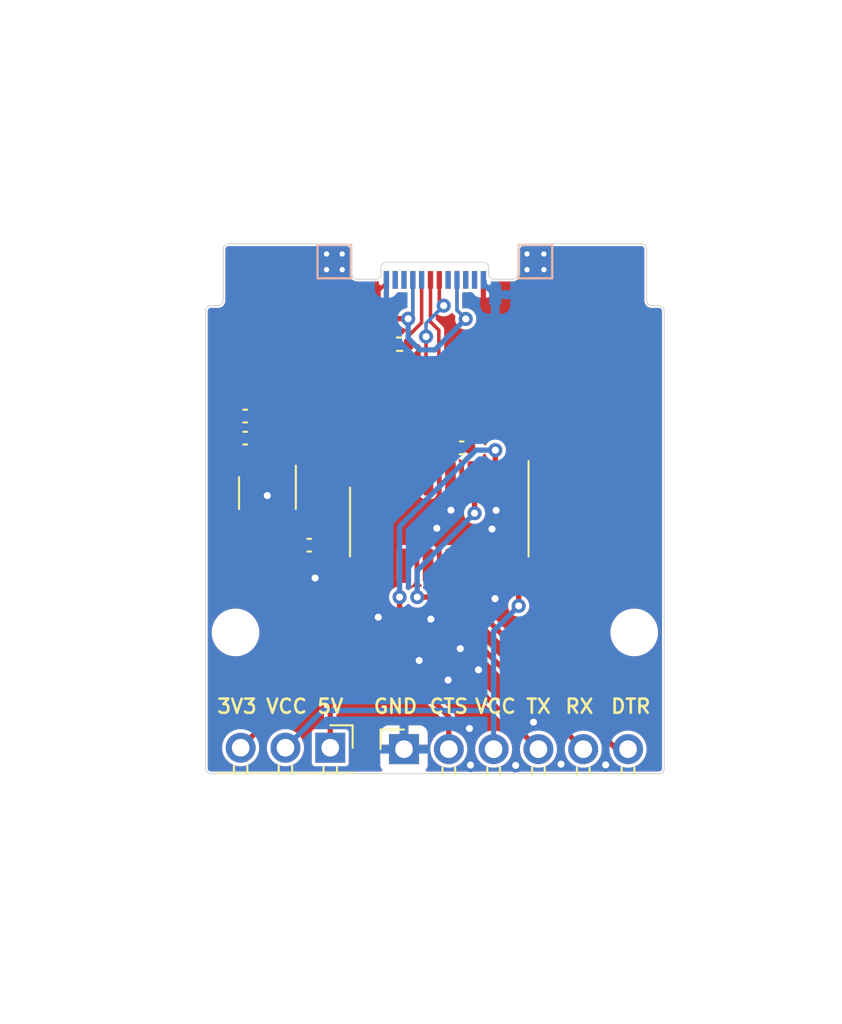
<source format=kicad_pcb>
(kicad_pcb (version 20240108) (generator "pcbnew") (generator_version "8.0")
  (layers (0 "F.Cu" signal) (31 "B.Cu" signal) (34 "B.Paste" user) (35 "F.Paste" user) (36 "B.SilkS" user "B.Silkscreen") (37 "F.SilkS" user "F.Silkscreen") (38 "B.Mask" user) (39 "F.Mask" user) (44 "Edge.Cuts" user))
  (net 0 "")
  (net 1 "Earth")
  (net 2 "VCC")
  (net 3 "DTR")
  (net 4 "Net-(P1-PadA5)")
  (net 5 "Net-(P1-PadB5)")
  (net 6 "Net-(U1-Pad7)")
  (net 7 "Net-(U1-Pad8)")
  (net 8 "Net-(U1-Pad10)")
  (net 9 "Net-(U1-Pad11)")
  (net 10 "Net-(U1-Pad12)")
  (net 11 "Net-(U1-Pad14)")
  (net 12 "Net-(U1-Pad15)")
  (net 13 "D+")
  (net 14 "D-")
  (net 15 "3V3")
  (net 16 "RXI")
  (net 17 "CTS")
  (net 18 "TXO")
  (net 19 "Net-(U2-Pad4)")
  (net 20 "5V")
  (net 21 "Net-(C2-Pad1)")
  (footprint "Capacitor_SMD:C_0402_1005Metric" (layer "F.Cu") (at 167.949904 128.245736 180)
    (property "Reference" "C3" (hide yes))
    (property "Value" "1uF" (hide yes))
    (fp_line (start -0.107836 0.36) (end 0.107836 0.36) (stroke (width 0.12)) (layer "F.SilkS"))
    (fp_line (start -0.107836 -0.36) (end 0.107836 -0.36) (stroke (width 0.12)) (layer "F.SilkS"))
    (pad "1" smd roundrect (at -0.48 0 180) (size 0.56 0.62) (layers "F.Cu" "F.Paste" "F.Mask") (net 20 "5V"))
    (pad "2" smd roundrect (at 0.48 0 180) (size 0.56 0.62) (layers "F.Cu" "F.Paste" "F.Mask") (net 1 "Earth"))
  )
  (footprint "Resistor_SMD:R_0402_1005Metric" (layer "F.Cu") (at 176.699904 122.925736)
    (property "Reference" "R1" (hide yes))
    (property "Value" "5.1k" (hide yes))
    (fp_line (start -0.153641 -0.38) (end 0.153641 -0.38) (stroke (width 0.12)) (layer "F.SilkS"))
    (fp_line (start -0.153641 0.38) (end 0.153641 0.38) (stroke (width 0.12)) (layer "F.SilkS"))
    (pad "1" smd roundrect (at -0.51 0) (size 0.54 0.64) (layers "F.Cu" "F.Paste" "F.Mask") (net 1 "Earth"))
    (pad "2" smd roundrect (at 0.51 0) (size 0.54 0.64) (layers "F.Cu" "F.Paste" "F.Mask") (net 4 "Net-(P1-PadA5)"))
  )
  (footprint "Package_TO_SOT_SMD:SOT-23-5" (layer "F.Cu") (at 169.209904 131.355736 -90)
    (property "Reference" "U2" (hide yes))
    (property "Value" "AP2112K-3.3" (hide yes))
    (fp_line (start -0.9 1.61) (end 0.9 1.61) (stroke (width 0.12)) (layer "F.SilkS"))
    (fp_line (start 0.9 -1.61) (end -1.55 -1.61) (stroke (width 0.12)) (layer "F.SilkS"))
    (pad "1" smd rect (at -1.1 -0.95 270) (size 1.06 0.65) (layers "F.Cu" "F.Paste" "F.Mask") (net 20 "5V"))
    (pad "2" smd rect (at -1.1 0 270) (size 1.06 0.65) (layers "F.Cu" "F.Paste" "F.Mask") (net 1 "Earth"))
    (pad "3" smd rect (at -1.1 0.95 270) (size 1.06 0.65) (layers "F.Cu" "F.Paste" "F.Mask") (net 20 "5V"))
    (pad "4" smd rect (at 1.1 0.95 270) (size 1.06 0.65) (layers "F.Cu" "F.Paste" "F.Mask") (net 19 "Net-(U2-Pad4)"))
    (pad "5" smd rect (at 1.1 -0.95 270) (size 1.06 0.65) (layers "F.Cu" "F.Paste" "F.Mask") (net 15 "3V3"))
  )
  (footprint "Package_SO:SOIC-16_3.9x9.9mm_P1.27mm" (layer "F.Cu") (at 178.949904 132.995736 -90)
    (property "Reference" "U1" (hide yes))
    (property "Value" "CH340C" (hide yes))
    (fp_line (start 0 5.06) (end -1.95 5.06) (stroke (width 0.12)) (layer "F.SilkS"))
    (fp_line (start 0 5.06) (end 1.95 5.06) (stroke (width 0.12)) (layer "F.SilkS"))
    (fp_line (start 0 -5.06) (end -3.45 -5.06) (stroke (width 0.12)) (layer "F.SilkS"))
    (fp_line (start 0 -5.06) (end 1.95 -5.06) (stroke (width 0.12)) (layer "F.SilkS"))
    (pad "1" smd roundrect (at -2.475 -4.445 270) (size 1.95 0.6) (layers "F.Cu" "F.Paste" "F.Mask") (net 1 "Earth"))
    (pad "2" smd roundrect (at -2.475 -3.175 270) (size 1.95 0.6) (layers "F.Cu" "F.Paste" "F.Mask") (net 18 "TXO"))
    (pad "3" smd roundrect (at -2.475 -1.905 270) (size 1.95 0.6) (layers "F.Cu" "F.Paste" "F.Mask") (net 16 "RXI"))
    (pad "4" smd roundrect (at -2.475 -0.635 270) (size 1.95 0.6) (layers "F.Cu" "F.Paste" "F.Mask") (net 21 "Net-(C2-Pad1)"))
    (pad "5" smd roundrect (at -2.475 0.635 270) (size 1.95 0.6) (layers "F.Cu" "F.Paste" "F.Mask") (net 13 "D+"))
    (pad "6" smd roundrect (at -2.475 1.905 270) (size 1.95 0.6) (layers "F.Cu" "F.Paste" "F.Mask") (net 14 "D-"))
    (pad "7" smd roundrect (at -2.475 3.175 270) (size 1.95 0.6) (layers "F.Cu" "F.Paste" "F.Mask") (net 6 "Net-(U1-Pad7)"))
    (pad "8" smd roundrect (at -2.475 4.445 270) (size 1.95 0.6) (layers "F.Cu" "F.Paste" "F.Mask") (net 7 "Net-(U1-Pad8)"))
    (pad "9" smd roundrect (at 2.475 4.445 270) (size 1.95 0.6) (layers "F.Cu" "F.Paste" "F.Mask") (net 17 "CTS"))
    (pad "10" smd roundrect (at 2.475 3.175 270) (size 1.95 0.6) (layers "F.Cu" "F.Paste" "F.Mask") (net 8 "Net-(U1-Pad10)"))
    (pad "11" smd roundrect (at 2.475 1.905 270) (size 1.95 0.6) (layers "F.Cu" "F.Paste" "F.Mask") (net 9 "Net-(U1-Pad11)"))
    (pad "12" smd roundrect (at 2.475 0.635 270) (size 1.95 0.6) (layers "F.Cu" "F.Paste" "F.Mask") (net 10 "Net-(U1-Pad12)"))
    (pad "13" smd roundrect (at 2.475 -0.635 270) (size 1.95 0.6) (layers "F.Cu" "F.Paste" "F.Mask") (net 3 "DTR"))
    (pad "14" smd roundrect (at 2.475 -1.905 270) (size 1.95 0.6) (layers "F.Cu" "F.Paste" "F.Mask") (net 11 "Net-(U1-Pad14)"))
    (pad "15" smd roundrect (at 2.475 -3.175 270) (size 1.95 0.6) (layers "F.Cu" "F.Paste" "F.Mask") (net 12 "Net-(U1-Pad15)"))
    (pad "16" smd roundrect (at 2.475 -4.445 270) (size 1.95 0.6) (layers "F.Cu" "F.Paste" "F.Mask") (net 2 "VCC"))
  )
  (footprint "Capacitor_SMD:C_0402_1005Metric" (layer "F.Cu") (at 171.579904 134.305736)
    (property "Reference" "C4" (hide yes))
    (property "Value" "1uF" (hide yes))
    (fp_line (start -0.107836 -0.36) (end 0.107836 -0.36) (stroke (width 0.12)) (layer "F.SilkS"))
    (fp_line (start -0.107836 0.36) (end 0.107836 0.36) (stroke (width 0.12)) (layer "F.SilkS"))
    (pad "1" smd roundrect (at -0.48 0) (size 0.56 0.62) (layers "F.Cu" "F.Paste" "F.Mask") (net 15 "3V3"))
    (pad "2" smd roundrect (at 0.48 0) (size 0.56 0.62) (layers "F.Cu" "F.Paste" "F.Mask") (net 1 "Earth"))
  )
  (footprint "MountingHole:MountingHole_2.2mm_M2" (layer "F.Cu") (at 167.399904 139.245736)
    (property "Reference" "H1" (hide yes))
    (property "Value" "MountingHole")
    (pad "" np_thru_hole circle (at 0 0) (size 2.2 2.2) (drill 2.2) (layers "*.Cu" "*.Mask"))
  )
  (footprint "Capacitor_SMD:C_0402_1005Metric" (layer "F.Cu") (at 167.949904 126.995736 180)
    (property "Reference" "C1" (hide yes))
    (property "Value" "0.1uF" (hide yes))
    (fp_line (start -0.107836 0.36) (end 0.107836 0.36) (stroke (width 0.12)) (layer "F.SilkS"))
    (fp_line (start -0.107836 -0.36) (end 0.107836 -0.36) (stroke (width 0.12)) (layer "F.SilkS"))
    (pad "1" smd roundrect (at -0.48 0 180) (size 0.56 0.62) (layers "F.Cu" "F.Paste" "F.Mask") (net 20 "5V"))
    (pad "2" smd roundrect (at 0.48 0 180) (size 0.56 0.62) (layers "F.Cu" "F.Paste" "F.Mask") (net 1 "Earth"))
  )
  (footprint "Connector_PinSocket_2.54mm:PinSocket_1x06_P2.54mm_Horizontal" (layer "F.Cu") (at 176.949904 145.855736 90)
    (property "Reference" "J1" (hide yes))
    (property "Value" "Conn_01x06_Female")
    (fp_line (start 1.11 -1.33) (end 1.11 0) (stroke (width 0.12)) (layer "F.SilkS"))
    (fp_line (start 0 -1.33) (end 1.11 -1.33) (stroke (width 0.12)) (layer "F.SilkS"))
    (fp_line (start -1.46 2.18) (end -1.05 2.18) (stroke (width 0.12)) (layer "F.SilkS"))
    (fp_line (start -1.46 2.9) (end -1.05 2.9) (stroke (width 0.12)) (layer "F.SilkS"))
    (fp_line (start -1.46 4.72) (end -1.05 4.72) (stroke (width 0.12)) (layer "F.SilkS"))
    (fp_line (start -1.46 5.44) (end -1.05 5.44) (stroke (width 0.12)) (layer "F.SilkS"))
    (fp_line (start -1.46 7.26) (end -1.05 7.26) (stroke (width 0.12)) (layer "F.SilkS"))
    (fp_line (start -1.46 7.98) (end -1.05 7.98) (stroke (width 0.12)) (layer "F.SilkS"))
    (fp_line (start -1.46 9.8) (end -1.05 9.8) (stroke (width 0.12)) (layer "F.SilkS"))
    (fp_line (start -1.46 10.52) (end -1.05 10.52) (stroke (width 0.12)) (layer "F.SilkS"))
    (fp_line (start -1.46 12.34) (end -1.05 12.34) (stroke (width 0.12)) (layer "F.SilkS"))
    (fp_line (start -1.46 13.06) (end -1.05 13.06) (stroke (width 0.12)) (layer "F.SilkS"))
    (pad "1" thru_hole rect (at 0 0 90) (size 1.7 1.7) (drill 1) (layers "*.Cu" "*.Mask") (net 1 "Earth"))
    (pad "2" thru_hole oval (at 0 2.54 90) (size 1.7 1.7) (drill 1) (layers "*.Cu" "*.Mask") (net 17 "CTS"))
    (pad "3" thru_hole oval (at 0 5.08 90) (size 1.7 1.7) (drill 1) (layers "*.Cu" "*.Mask") (net 2 "VCC"))
    (pad "4" thru_hole oval (at 0 7.62 90) (size 1.7 1.7) (drill 1) (layers "*.Cu" "*.Mask") (net 18 "TXO"))
    (pad "5" thru_hole oval (at 0 10.16 90) (size 1.7 1.7) (drill 1) (layers "*.Cu" "*.Mask") (net 16 "RXI"))
    (pad "6" thru_hole oval (at 0 12.7 90) (size 1.7 1.7) (drill 1) (layers "*.Cu" "*.Mask") (net 3 "DTR"))
  )
  (footprint "Connector_PinHeader_2.54mm:PinHeader_1x03_P2.54mm_Horizontal" (layer "F.Cu") (at 172.769904 145.775736 -90)
    (property "Reference" "JP1" (hide yes))
    (property "Value" "Jumper_3_Open")
    (fp_line (start 1.042929 5.46) (end 1.44 5.46) (stroke (width 0.12)) (layer "F.SilkS"))
    (fp_line (start 1.042929 4.7) (end 1.44 4.7) (stroke (width 0.12)) (layer "F.SilkS"))
    (fp_line (start 1.042929 2.92) (end 1.44 2.92) (stroke (width 0.12)) (layer "F.SilkS"))
    (fp_line (start 1.042929 2.16) (end 1.44 2.16) (stroke (width 0.12)) (layer "F.SilkS"))
    (fp_line (start 1.11 0.38) (end 1.44 0.38) (stroke (width 0.12)) (layer "F.SilkS"))
    (fp_line (start -1.27 0) (end -1.27 -1.27) (stroke (width 0.12)) (layer "F.SilkS"))
    (fp_line (start 1.11 -0.38) (end 1.44 -0.38) (stroke (width 0.12)) (layer "F.SilkS"))
    (fp_line (start -1.27 -1.27) (end 0 -1.27) (stroke (width 0.12)) (layer "F.SilkS"))
    (fp_line (start 1.44 -1.33) (end 1.44 6.41) (stroke (width 0.12)) (layer "F.SilkS"))
    (pad "1" thru_hole rect (at 0 0 270) (size 1.7 1.7) (drill 1) (layers "*.Cu" "*.Mask") (net 20 "5V"))
    (pad "2" thru_hole oval (at 0 2.54 270) (size 1.7 1.7) (drill 1) (layers "*.Cu" "*.Mask") (net 2 "VCC"))
    (pad "3" thru_hole oval (at 0 5.08 270) (size 1.7 1.7) (drill 1) (layers "*.Cu" "*.Mask") (net 15 "3V3"))
  )
  (footprint "TestPoint:TestPoint_Pad_1.5x1.5mm" (layer "F.Cu") (at 184.399904 118.245736)
    (property "Reference" "TP3" (hide yes))
    (property "Value" "TestPoint")
    (fp_line (start -0.95 -0.95) (end 0.95 -0.95) (stroke (width 0.12)) (layer "F.SilkS"))
    (fp_line (start -0.95 0.95) (end -0.95 -0.95) (stroke (width 0.12)) (layer "F.SilkS"))
    (fp_line (start 0.95 -0.95) (end 0.95 0.95) (stroke (width 0.12)) (layer "F.SilkS"))
    (fp_line (start 0.95 0.95) (end -0.95 0.95) (stroke (width 0.12)) (layer "F.SilkS"))
    (pad "1" smd rect (at 0 0) (size 1.5 1.5) (layers "F.Cu" "F.Mask") (net 1 "Earth"))
  )
  (footprint "Capacitor_SMD:C_0402_1005Metric" (layer "F.Cu") (at 180.219904 128.795736)
    (property "Reference" "C2" (hide yes))
    (property "Value" "10nF" (hide yes))
    (fp_line (start -0.107836 -0.36) (end 0.107836 -0.36) (stroke (width 0.12)) (layer "F.SilkS"))
    (fp_line (start -0.107836 0.36) (end 0.107836 0.36) (stroke (width 0.12)) (layer "F.SilkS"))
    (pad "1" smd roundrect (at -0.48 0) (size 0.56 0.62) (layers "F.Cu" "F.Paste" "F.Mask") (net 21 "Net-(C2-Pad1)"))
    (pad "2" smd roundrect (at 0.48 0) (size 0.56 0.62) (layers "F.Cu" "F.Paste" "F.Mask") (net 1 "Earth"))
  )
  (footprint "TestPoint:TestPoint_Pad_1.5x1.5mm" (layer "F.Cu") (at 172.999904 118.245736)
    (property "Reference" "TP1" (hide yes))
    (property "Value" "TestPoint")
    (fp_line (start -0.95 -0.95) (end 0.95 -0.95) (stroke (width 0.12)) (layer "F.SilkS"))
    (fp_line (start -0.95 0.95) (end -0.95 -0.95) (stroke (width 0.12)) (layer "F.SilkS"))
    (fp_line (start 0.95 -0.95) (end 0.95 0.95) (stroke (width 0.12)) (layer "F.SilkS"))
    (fp_line (start 0.95 0.95) (end -0.95 0.95) (stroke (width 0.12)) (layer "F.SilkS"))
    (pad "1" smd rect (at 0 0) (size 1.5 1.5) (layers "F.Cu" "F.Mask") (net 1 "Earth"))
  )
  (footprint "MountingHole:MountingHole_2.2mm_M2" (layer "F.Cu") (at 189.999904 139.245736)
    (property "Reference" "H2" (hide yes))
    (property "Value" "MountingHole")
    (pad "" np_thru_hole circle (at 0 0) (size 2.2 2.2) (drill 2.2) (layers "F&B.Cu" "*.Mask"))
  )
  (footprint "Expansion_Card:USB_C_Plug_Molex_105444" (layer "F.Cu") (at 178.699904 119.245736)
    (property "Reference" "P1" (hide yes))
    (property "Value" "105444-0001" (hide yes))
    (fp_line (start -3.35 0) (end -4.3 0) (stroke (width 0.05)) (layer "Edge.Cuts"))
    (fp_line (start -3.05 -0.66) (end -3.05 -0.3) (stroke (width 0.05)) (layer "Edge.Cuts"))
    (fp_line (start -2.75 -0.96) (end 2.75 -0.96) (stroke (width 0.05)) (layer "Edge.Cuts"))
    (fp_line (start 3.05 -0.66) (end 3.05 -0.3) (stroke (width 0.05)) (layer "Edge.Cuts"))
    (fp_line (start 3.35 0) (end 4.3 0) (stroke (width 0.05)) (layer "Edge.Cuts"))
    (fp_arc (start -3.05 -0.66) (mid -2.962132 -0.872132) (end -2.75 -0.96) (stroke (width 0.05)) (layer "Edge.Cuts"))
    (fp_arc (start -3.05 -0.3) (mid -3.137868 -0.087868) (end -3.35 0) (stroke (width 0.05)) (layer "Edge.Cuts"))
    (fp_arc (start 2.75 -0.96) (mid 2.962132 -0.872132) (end 3.05 -0.66) (stroke (width 0.05)) (layer "Edge.Cuts"))
    (fp_arc (start 3.35 0) (mid 3.137868 -0.087868) (end 3.05 -0.3) (stroke (width 0.05)) (layer "Edge.Cuts"))
    (pad "A1" smd rect (at -2.75 0.04) (size 0.3 1) (layers "F.Cu" "F.Paste" "F.Mask") (net 1 "Earth"))
    (pad "A2" smd rect (at -2.25 0.04) (size 0.3 1) (layers "F.Cu" "F.Paste" "F.Mask"))
    (pad "A3" smd rect (at -1.75 0.04) (size 0.3 1) (layers "F.Cu" "F.Paste" "F.Mask"))
    (pad "A4" smd rect (at -1.25 0.04) (size 0.3 1) (layers "F.Cu" "F.Paste" "F.Mask") (net 20 "5V"))
    (pad "A5" smd rect (at -0.75 0.04) (size 0.3 1) (layers "F.Cu" "F.Paste" "F.Mask") (net 4 "Net-(P1-PadA5)"))
    (pad "A6" smd rect (at -0.25 0.04) (size 0.3 1) (layers "F.Cu" "F.Paste" "F.Mask") (net 13 "D+"))
    (pad "A7" smd rect (at 0.25 0.04) (size 0.3 1) (layers "F.Cu" "F.Paste" "F.Mask") (net 14 "D-"))
    (pad "A8" smd rect (at 0.75 0.04) (size 0.3 1) (layers "F.Cu" "F.Paste" "F.Mask"))
    (pad "A9" smd rect (at 1.25 0.04) (size 0.3 1) (layers "F.Cu" "F.Paste" "F.Mask") (net 20 "5V"))
    (pad "A10" smd rect (at 1.75 0.04) (size 0.3 1) (layers "F.Cu" "F.Paste" "F.Mask"))
    (pad "A11" smd rect (at 2.25 0.04) (size 0.3 1) (layers "F.Cu" "F.Paste" "F.Mask"))
    (pad "A12" smd rect (at 2.75 0.04) (size 0.3 1) (layers "F.Cu" "F.Paste" "F.Mask") (net 1 "Earth"))
    (pad "B1" smd rect (at 2.75 0.04) (size 0.3 1) (layers "B.Cu" "B.Paste" "B.Mask") (net 1 "Earth"))
    (pad "B2" smd rect (at 2.25 0.04) (size 0.3 1) (layers "B.Cu" "B.Paste" "B.Mask"))
    (pad "B3" smd rect (at 1.75 0.04) (size 0.3 1) (layers "B.Cu" "B.Paste" "B.Mask"))
    (pad "B4" smd rect (at 1.25 0.04) (size 0.3 1) (layers "B.Cu" "B.Paste" "B.Mask") (net 20 "5V"))
    (pad "B5" smd rect (at 0.75 0.04) (size 0.3 1) (layers "B.Cu" "B.Paste" "B.Mask") (net 5 "Net-(P1-PadB5)"))
    (pad "B8" smd rect (at -0.75 0.04) (size 0.3 1) (layers "B.Cu" "B.Paste" "B.Mask"))
    (pad "B9" smd rect (at -1.25 0.04) (size 0.3 1) (layers "B.Cu" "B.Paste" "B.Mask") (net 20 "5V"))
    (pad "B10" smd rect (at -1.75 0.04) (size 0.3 1) (layers "B.Cu" "B.Paste" "B.Mask"))
    (pad "B11" smd rect (at -2.25 0.04) (size 0.3 1) (layers "B.Cu" "B.Paste" "B.Mask"))
    (pad "B12" smd rect (at -2.75 0.04) (size 0.3 1) (layers "B.Cu" "B.Paste" "B.Mask") (net 1 "Earth"))
    (pad "S1" smd rect (at -3.42 0.88) (size 0.7 1.15) (layers "F.Cu" "F.Paste" "F.Mask") (net 1 "Earth"))
    (pad "S1" smd rect (at 3.42 0.88) (size 0.7 1.15) (layers "B.Cu" "B.Paste" "B.Mask") (net 1 "Earth"))
  )
  (footprint "TestPoint:TestPoint_Pad_1.5x1.5mm" (layer "B.Cu") (at 172.999904 118.245736)
    (property "Reference" "TP2" (hide yes))
    (property "Value" "TestPoint")
    (fp_line (start -0.95 -0.95) (end -0.95 0.95) (stroke (width 0.12)) (layer "B.SilkS"))
    (fp_line (start -0.95 0.95) (end 0.95 0.95) (stroke (width 0.12)) (layer "B.SilkS"))
    (fp_line (start 0.95 -0.95) (end -0.95 -0.95) (stroke (width 0.12)) (layer "B.SilkS"))
    (fp_line (start 0.95 0.95) (end 0.95 -0.95) (stroke (width 0.12)) (layer "B.SilkS"))
    (pad "1" smd rect (at 0 0) (size 1.5 1.5) (layers "B.Cu" "B.Mask") (net 1 "Earth"))
  )
  (footprint "TestPoint:TestPoint_Pad_1.5x1.5mm" (layer "B.Cu") (at 184.399904 118.245736)
    (property "Reference" "TP4" (hide yes))
    (property "Value" "TestPoint")
    (fp_line (start -0.95 -0.95) (end -0.95 0.95) (stroke (width 0.12)) (layer "B.SilkS"))
    (fp_line (start -0.95 0.95) (end 0.95 0.95) (stroke (width 0.12)) (layer "B.SilkS"))
    (fp_line (start 0.95 -0.95) (end -0.95 -0.95) (stroke (width 0.12)) (layer "B.SilkS"))
    (fp_line (start 0.95 0.95) (end 0.95 -0.95) (stroke (width 0.12)) (layer "B.SilkS"))
    (pad "1" smd rect (at 0 0) (size 1.5 1.5) (layers "B.Cu" "B.Mask") (net 1 "Earth"))
  )
  (gr_arc (start 165.699904 121.045736) (mid 165.787801 120.833625) (end 165.999904 120.745708) (stroke (width 0.05)) (layer "Edge.Cuts"))
  (gr_arc (start 173.699904 117.245736) (mid 173.912029 117.333622) (end 173.999904 117.545736) (stroke (width 0.05)) (layer "Edge.Cuts"))
  (gr_arc (start 183.399904 118.945736) (mid 183.312065 119.157889) (end 183.099904 119.245736) (stroke (width 0.05)) (layer "Edge.Cuts"))
  (gr_arc (start 183.399904 117.545736) (mid 183.487772 117.333604) (end 183.699904 117.245736) (stroke (width 0.05)) (layer "Edge.Cuts"))
  (gr_arc (start 166.699904 120.445736) (mid 166.612065 120.657889) (end 166.399904 120.745736) (stroke (width 0.05)) (layer "Edge.Cuts"))
  (gr_line (start 183.699904 117.245736) (end 190.399904 117.245736) (stroke (width 0.05)) (layer "Edge.Cuts"))
  (gr_line (start 183.399904 118.945736) (end 183.399904 117.545736) (stroke (width 0.05)) (layer "Edge.Cuts"))
  (gr_line (start 191.399904 147.245736) (end 165.999904 147.245736) (stroke (width 0.05)) (layer "Edge.Cuts"))
  (gr_line (start 183.399904 118.945736) (end 183.399904 117.545736) (stroke (width 0.05)) (layer "Edge.Cuts"))
  (gr_line (start 165.999904 120.745736) (end 166.399904 120.745736) (stroke (width 0.05)) (layer "Edge.Cuts"))
  (gr_line (start 174.299904 119.245736) (end 174.399904 119.245736) (stroke (width 0.05)) (layer "Edge.Cuts"))
  (gr_arc (start 165.999904 147.245736) (mid 165.787765 147.157886) (end 165.699904 146.945736) (stroke (width 0.05)) (layer "Edge.Cuts"))
  (gr_line (start 190.999904 120.745736) (end 191.399904 120.745736) (stroke (width 0.05)) (layer "Edge.Cuts"))
  (gr_arc (start 174.299904 119.245736) (mid 174.087765 119.157886) (end 173.999904 118.945736) (stroke (width 0.05)) (layer "Edge.Cuts"))
  (gr_line (start 173.699904 117.245736) (end 166.999904 117.245736) (stroke (width 0.05)) (layer "Edge.Cuts"))
  (gr_line (start 191.699904 121.045736) (end 191.699904 146.945736) (stroke (width 0.05)) (layer "Edge.Cuts"))
  (gr_arc (start 191.699904 146.945736) (mid 191.612036 147.157868) (end 191.399904 147.245736) (stroke (width 0.05)) (layer "Edge.Cuts"))
  (gr_line (start 182.999904 119.245736) (end 183.099904 119.245736) (stroke (width 0.05)) (layer "Edge.Cuts"))
  (gr_line (start 182.999904 119.245736) (end 183.099904 119.245736) (stroke (width 0.05)) (layer "Edge.Cuts"))
  (gr_arc (start 190.999904 120.745736) (mid 190.787765 120.657886) (end 190.699904 120.445736) (stroke (width 0.05)) (layer "Edge.Cuts"))
  (gr_arc (start 183.399904 117.545736) (mid 183.487801 117.333625) (end 183.699904 117.245736) (stroke (width 0.05)) (layer "Edge.Cuts"))
  (gr_line (start 173.999904 118.945736) (end 173.999904 117.545736) (stroke (width 0.05)) (layer "Edge.Cuts"))
  (gr_arc (start 191.399904 120.745736) (mid 191.612029 120.833622) (end 191.699904 121.045736) (stroke (width 0.05)) (layer "Edge.Cuts"))
  (gr_arc (start 183.399904 117.545736) (mid 183.487772 117.333604) (end 183.699904 117.245736) (stroke (width 0.05)) (layer "Edge.Cuts"))
  (gr_line (start 183.399904 118.945736) (end 183.399904 117.545736) (stroke (width 0.05)) (layer "Edge.Cuts"))
  (gr_line (start 165.699904 121.045736) (end 165.699904 146.945736) (stroke (width 0.05)) (layer "Edge.Cuts"))
  (gr_arc (start 183.399904 118.945736) (mid 183.312036 119.157868) (end 183.099904 119.245736) (stroke (width 0.05)) (layer "Edge.Cuts"))
  (gr_arc (start 190.399904 117.245736) (mid 190.612029 117.333622) (end 190.699904 117.545736) (stroke (width 0.05)) (layer "Edge.Cuts"))
  (gr_line (start 166.699904 120.445736) (end 166.699904 117.545736) (stroke (width 0.05)) (layer "Edge.Cuts"))
  (gr_line (start 190.699904 120.445736) (end 190.699904 117.545736) (stroke (width 0.05)) (layer "Edge.Cuts"))
  (gr_arc (start 166.699904 117.545736) (mid 166.787772 117.333604) (end 166.999904 117.245736) (stroke (width 0.05)) (layer "Edge.Cuts"))
  (gr_text "3V3" (at 166.279904 143.9 0) (layer "F.SilkS") (effects (font (size 0.8 0.8)) (justify left bottom)))
  (gr_text "GND" (at 175.149904 143.9 0) (layer "F.SilkS") (effects (font (size 0.8 0.8)) (justify left bottom)))
  (gr_text "VCC" (at 180.889904 143.9 0) (layer "F.SilkS") (effects (font (size 0.8 0.8)) (justify left bottom)))
  (gr_text "5V\n" (at 171.949904 143.9 0) (layer "F.SilkS") (effects (font (size 0.8 0.8)) (justify left bottom)))
  (gr_text "CTS" (at 178.299904 143.9 0) (layer "F.SilkS") (effects (font (size 0.8 0.8)) (justify left bottom)))
  (gr_text "DTR" (at 188.599904 143.9 0) (layer "F.SilkS") (effects (font (size 0.8 0.8)) (justify left bottom)))
  (gr_text "VCC\n" (at 169.049904 143.9 0) (layer "F.SilkS") (effects (font (size 0.8 0.8)) (justify left bottom)))
  (gr_text "TX" (at 183.789904 143.9 0) (layer "F.SilkS") (effects (font (size 0.8 0.8)) (justify left bottom)))
  (gr_text "RX" (at 186.009904 143.9 0) (layer "F.SilkS") (effects (font (size 0.8 0.8)) (justify left bottom)))
  (segment (start 169.209904 130.255736) (end 169.209904 131.485736) (width 0.3) (layer "F.Cu") (net 1))
  (segment (start 171.909904 136.165736) (end 172.059904 136.015736) (width 0.3) (layer "F.Cu") (net 1))
  (segment (start 172.059904 136.015736) (end 172.059904 134.305736) (width 0.3) (layer "F.Cu") (net 1))
  (segment (start 175.949904 119.455736) (end 175.279904 120.125736) (width 0.2) (layer "F.Cu") (net 1))
  (segment (start 175.949904 119.285736) (end 175.949904 119.455736) (width 0.2) (layer "F.Cu") (net 1))
  (segment (start 169.209904 131.485736) (end 169.199904 131.495736) (width 0.3) (layer "F.Cu") (net 1))
  (via (at 183.924404 117.817236) (size 0.5) (drill 0.3) (layers "F.Cu" "B.Cu") (net 1))
  (via (at 181.169904 141.365736) (size 0.8) (drill 0.4) (layers "F.Cu" "B.Cu") (net 1))
  (via (at 173.446904 117.817236) (size 0.5) (drill 0.3) (layers "F.Cu" "B.Cu") (net 1))
  (via (at 181.939904 133.395736) (size 0.8) (drill 0.4) (layers "F.Cu" "B.Cu") (net 1))
  (via (at 183.924404 118.706236) (size 0.5) (drill 0.3) (layers "F.Cu" "B.Cu") (net 1))
  (via (at 188.379904 146.745736) (size 0.8) (drill 0.4) (layers "F.Cu" "B.Cu") (net 1))
  (via (at 178.469904 138.495736) (size 0.8) (drill 0.4) (layers "F.Cu" "B.Cu") (net 1))
  (via (at 180.719904 146.755736) (size 0.8) (drill 0.4) (layers "F.Cu" "B.Cu") (net 1))
  (via (at 179.449904 141.945736) (size 0.8) (drill 0.4) (layers "F.Cu" "B.Cu") (net 1))
  (via (at 177.809904 140.835736) (size 0.8) (drill 0.4) (layers "F.Cu" "B.Cu") (net 1))
  (via (at 171.909904 136.165736) (size 0.8) (drill 0.4) (layers "F.Cu" "B.Cu") (net 1))
  (via (at 184.876904 117.817236) (size 0.5) (drill 0.3) (layers "F.Cu" "B.Cu") (net 1))
  (via (at 178.809904 133.345736) (size 0.8) (drill 0.4) (layers "F.Cu" "B.Cu") (net 1))
  (via (at 182.109904 137.335736) (size 0.8) (drill 0.4) (layers "F.Cu" "B.Cu") (net 1))
  (via (at 182.169904 132.335736) (size 0.8) (drill 0.4) (layers "F.Cu" "B.Cu") (net 1))
  (via (at 180.659904 144.685736) (size 0.8) (drill 0.4) (layers "F.Cu" "B.Cu") (net 1))
  (via (at 173.446904 118.706236) (size 0.5) (drill 0.3) (layers "F.Cu" "B.Cu") (net 1))
  (via (at 183.279904 146.775736) (size 0.8) (drill 0.4) (layers "F.Cu" "B.Cu") (net 1))
  (via (at 184.876904 118.706236) (size 0.5) (drill 0.3) (layers "F.Cu" "B.Cu") (net 1))
  (via (at 180.139904 140.165736) (size 0.8) (drill 0.4) (layers "F.Cu" "B.Cu") (net 1))
  (via (at 175.489904 138.385736) (size 0.8) (drill 0.4) (layers "F.Cu" "B.Cu") (net 1))
  (via (at 172.557904 118.706236) (size 0.5) (drill 0.3) (layers "F.Cu" "B.Cu") (net 1))
  (via (at 185.849904 146.705736) (size 0.8) (drill 0.4) (layers "F.Cu" "B.Cu") (net 1))
  (via (at 184.289904 144.325736) (size 0.8) (drill 0.4) (layers "F.Cu" "B.Cu") (net 1))
  (via (at 169.199904 131.495736) (size 0.8) (drill 0.4) (layers "F.Cu" "B.Cu") (net 1))
  (via (at 172.557904 117.817236) (size 0.5) (drill 0.3) (layers "F.Cu" "B.Cu") (net 1))
  (via (at 179.609904 132.325736) (size 0.8) (drill 0.4) (layers "F.Cu" "B.Cu") (net 1))
  (segment (start 181.489905 119.535737) (end 181.489905 119.356438) (width 0.3) (layer "B.Cu") (net 1))
  (segment (start 182.079904 120.125736) (end 181.489905 119.535737) (width 0.3) (layer "B.Cu") (net 1))
  (segment (start 182.119904 120.125736) (end 182.079904 120.125736) (width 0.3) (layer "B.Cu") (net 1))
  (segment (start 181.449904 119.285736) (end 181.449904 119.455736) (width 0.2) (layer "B.Cu") (net 1))
  (segment (start 181.449904 119.455736) (end 182.119904 120.125736) (width 0.2) (layer "B.Cu") (net 1))
  (segment (start 183.449904 137.745736) (end 183.449904 135.525736) (width 0.3) (layer "F.Cu") (net 2))
  (segment (start 183.449904 135.525736) (end 183.394904 135.470736) (width 0.3) (layer "F.Cu") (net 2))
  (via (at 183.449904 137.745736) (size 0.8) (drill 0.4) (layers "F.Cu" "B.Cu") (net 2))
  (segment (start 172.339904 143.665736) (end 170.229904 145.775736) (width 0.3) (layer "B.Cu") (net 2))
  (segment (start 182.029904 143.665736) (end 182.029904 139.165736) (width 0.3) (layer "B.Cu") (net 2))
  (segment (start 182.029904 145.855736) (end 182.029904 143.665736) (width 0.3) (layer "B.Cu") (net 2))
  (segment (start 182.029904 143.665736) (end 172.339904 143.665736) (width 0.3) (layer "B.Cu") (net 2))
  (segment (start 182.029904 139.165736) (end 183.449904 137.745736) (width 0.3) (layer "B.Cu") (net 2))
  (segment (start 188.994904 145.855736) (end 179.584904 136.445736) (width 0.3) (layer "F.Cu") (net 3))
  (segment (start 189.649904 145.855736) (end 188.994904 145.855736) (width 0.3) (layer "F.Cu") (net 3))
  (segment (start 179.584904 136.445736) (end 179.584904 135.470736) (width 0.3) (layer "F.Cu") (net 3))
  (segment (start 177.209904 122.449734) (end 177.209904 122.925736) (width 0.2) (layer "F.Cu") (net 4))
  (segment (start 177.949904 121.709734) (end 177.209904 122.449734) (width 0.2) (layer "F.Cu") (net 4))
  (segment (start 177.949904 119.285736) (end 177.949904 121.709734) (width 0.2) (layer "F.Cu") (net 4))
  (segment (start 178.449904 121.655037) (end 178.924904 122.130037) (width 0.2) (layer "F.Cu") (net 13))
  (segment (start 178.449904 119.285736) (end 178.449904 121.655037) (width 0.2) (layer "F.Cu") (net 13))
  (segment (start 177.904904 130.110736) (end 178.314904 130.520736) (width 0.2) (layer "F.Cu") (net 13))
  (segment (start 178.924904 122.130037) (end 178.924904 127.338936) (width 0.2) (layer "F.Cu") (net 13))
  (segment (start 177.904904 128.358936) (end 177.904904 130.110736) (width 0.2) (layer "F.Cu") (net 13))
  (segment (start 178.924904 127.338936) (end 177.904904 128.358936) (width 0.2) (layer "F.Cu") (net 13))
  (segment (start 177.454904 128.172536) (end 178.199904 127.427536) (width 0.2) (layer "F.Cu") (net 14))
  (segment (start 179.199904 120.745736) (end 178.949904 120.495736) (width 0.2) (layer "F.Cu") (net 14))
  (segment (start 178.199904 127.427536) (end 178.199904 122.495736) (width 0.2) (layer "F.Cu") (net 14))
  (segment (start 178.949904 120.495736) (end 178.949904 119.285736) (width 0.2) (layer "F.Cu") (net 14))
  (segment (start 177.454904 130.110736) (end 177.454904 128.172536) (width 0.2) (layer "F.Cu") (net 14))
  (segment (start 177.044904 130.520736) (end 177.454904 130.110736) (width 0.2) (layer "F.Cu") (net 14))
  (via (at 179.199904 120.745736) (size 0.8) (drill 0.4) (layers "F.Cu" "B.Cu") (net 14))
  (via (at 178.199904 122.495736) (size 0.8) (drill 0.4) (layers "F.Cu" "B.Cu") (net 14))
  (segment (start 178.199904 121.745736) (end 179.199904 120.745736) (width 0.2) (layer "B.Cu") (net 14))
  (segment (start 178.199904 122.495736) (end 178.199904 121.745736) (width 0.2) (layer "B.Cu") (net 14))
  (segment (start 171.099904 142.365736) (end 167.689904 145.775736) (width 0.3) (layer "F.Cu") (net 15))
  (segment (start 171.099904 134.305736) (end 171.099904 142.365736) (width 0.3) (layer "F.Cu") (net 15))
  (segment (start 171.099904 133.395736) (end 170.159904 132.455736) (width 0.3) (layer "F.Cu") (net 15))
  (segment (start 171.099904 134.305736) (end 171.099904 133.395736) (width 0.3) (layer "F.Cu") (net 15))
  (segment (start 180.949904 130.615736) (end 180.854904 130.520736) (width 0.3) (layer "F.Cu") (net 16))
  (segment (start 187.109904 145.855736) (end 178.499904 137.245736) (width 0.3) (layer "F.Cu") (net 16))
  (segment (start 178.499904 137.245736) (end 177.699907 137.245736) (width 0.3) (layer "F.Cu") (net 16))
  (segment (start 180.949904 132.495736) (end 180.949904 130.615736) (width 0.3) (layer "F.Cu") (net 16))
  (via (at 177.699907 137.245736) (size 0.8) (drill 0.4) (layers "F.Cu" "B.Cu") (net 16))
  (via (at 180.949904 132.495736) (size 0.8) (drill 0.4) (layers "F.Cu" "B.Cu") (net 16))
  (segment (start 177.699907 137.245736) (end 177.699907 135.745733) (width 0.3) (layer "B.Cu") (net 16))
  (segment (start 177.699907 135.745733) (end 180.949904 132.495736) (width 0.3) (layer "B.Cu") (net 16))
  (segment (start 174.504904 139.032868) (end 174.504904 135.470736) (width 0.3) (layer "F.Cu") (net 17))
  (segment (start 179.489904 145.855736) (end 179.489904 144.017868) (width 0.3) (layer "F.Cu") (net 17))
  (segment (start 179.489904 144.017868) (end 174.504904 139.032868) (width 0.3) (layer "F.Cu") (net 17))
  (segment (start 176.699904 137.985736) (end 176.699904 137.245736) (width 0.3) (layer "F.Cu") (net 18))
  (segment (start 182.124904 128.925736) (end 182.124904 130.520736) (width 0.3) (layer "F.Cu") (net 18))
  (segment (start 184.569904 145.855736) (end 176.699904 137.985736) (width 0.3) (layer "F.Cu") (net 18))
  (via (at 182.124904 128.925736) (size 0.8) (drill 0.4) (layers "F.Cu" "B.Cu") (net 18))
  (via (at 176.699904 137.245736) (size 0.8) (drill 0.4) (layers "F.Cu" "B.Cu") (net 18))
  (segment (start 181.019904 128.925736) (end 176.699904 133.245736) (width 0.3) (layer "B.Cu") (net 18))
  (segment (start 176.699904 133.245736) (end 176.699904 137.245736) (width 0.3) (layer "B.Cu") (net 18))
  (segment (start 182.124904 128.925736) (end 181.019904 128.925736) (width 0.3) (layer "B.Cu") (net 18))
  (segment (start 172.769904 145.775736) (end 172.769904 132.865736) (width 0.3) (layer "F.Cu") (net 20))
  (segment (start 180.449904 121.495736) (end 179.949904 120.995736) (width 0.2) (layer "F.Cu") (net 20))
  (segment (start 168.429904 126.995736) (end 173.94288 121.48276) (width 0.3) (layer "F.Cu") (net 20))
  (segment (start 170.159904 129.425736) (end 169.919904 129.185736) (width 0.3) (layer "F.Cu") (net 20))
  (segment (start 170.159904 130.255736) (end 170.159904 129.425736) (width 0.3) (layer "F.Cu") (net 20))
  (segment (start 168.259904 130.255736) (end 168.259904 129.185736) (width 0.3) (layer "F.Cu") (net 20))
  (segment (start 168.259904 129.185736) (end 168.259904 128.415736) (width 0.3) (layer "F.Cu") (net 20))
  (segment (start 179.949904 120.995736) (end 179.949904 119.285736) (width 0.2) (layer "F.Cu") (net 20))
  (segment (start 173.94288 121.48276) (end 177.186928 121.48276) (width 0.3) (layer "F.Cu") (net 20))
  (segment (start 169.919904 129.185736) (end 168.259904 129.185736) (width 0.3) (layer "F.Cu") (net 20))
  (segment (start 168.259904 128.415736) (end 168.429904 128.245736) (width 0.3) (layer "F.Cu") (net 20))
  (segment (start 168.429904 128.245736) (end 168.429904 126.995736) (width 0.3) (layer "F.Cu") (net 20))
  (segment (start 177.449904 119.285736) (end 177.449904 121.219784) (width 0.2) (layer "F.Cu") (net 20))
  (segment (start 177.449904 121.219784) (end 177.186928 121.48276) (width 0.2) (layer "F.Cu") (net 20))
  (segment (start 172.769904 132.865736) (end 170.159904 130.255736) (width 0.3) (layer "F.Cu") (net 20))
  (via (at 177.186928 121.48276) (size 0.8) (drill 0.4) (layers "F.Cu" "B.Cu") (net 20))
  (via (at 180.449904 121.495736) (size 0.8) (drill 0.4) (layers "F.Cu" "B.Cu") (net 20))
  (segment (start 177.186928 121.48276) (end 177.449904 121.219784) (width 0.2) (layer "B.Cu") (net 20))
  (segment (start 178.699903 123.245737) (end 177.839903 123.245737) (width 0.3) (layer "B.Cu") (net 20))
  (segment (start 179.949904 120.995736) (end 180.449904 121.495736) (width 0.2) (layer "B.Cu") (net 20))
  (segment (start 180.449904 121.495736) (end 178.699903 123.245737) (width 0.3) (layer "B.Cu") (net 20))
  (segment (start 177.186928 122.592762) (end 177.186928 121.48276) (width 0.3) (layer "B.Cu") (net 20))
  (segment (start 177.449904 121.219784) (end 177.449904 119.285736) (width 0.2) (layer "B.Cu") (net 20))
  (segment (start 177.839903 123.245737) (end 177.186928 122.592762) (width 0.3) (layer "B.Cu") (net 20))
  (segment (start 179.949904 119.285736) (end 179.949904 120.995736) (width 0.2) (layer "B.Cu") (net 20))
  (segment (start 179.584904 128.950736) (end 179.739904 128.795736) (width 0.2) (layer "F.Cu") (net 21))
  (segment (start 179.584904 130.520736) (end 179.584904 128.950736) (width 0.2) (layer "F.Cu") (net 21))
  (zone (net 1) (net_name "Earth") (layers "F&B.Cu") (connect_pads (clearance 0.127)) (min_thickness 0.127) (fill yes (thermal_gap 0.5) (thermal_bridge_width 0.5))
    (polygon (pts (xy 154.049904 103.437868) (xy 200.049904 103.437868) (xy 201.799904 105.187868) (xy 201.799904 161.437868) (xy 157.049904 161.437868) (xy 154.049904 158.437868)))
  )
)
</source>
